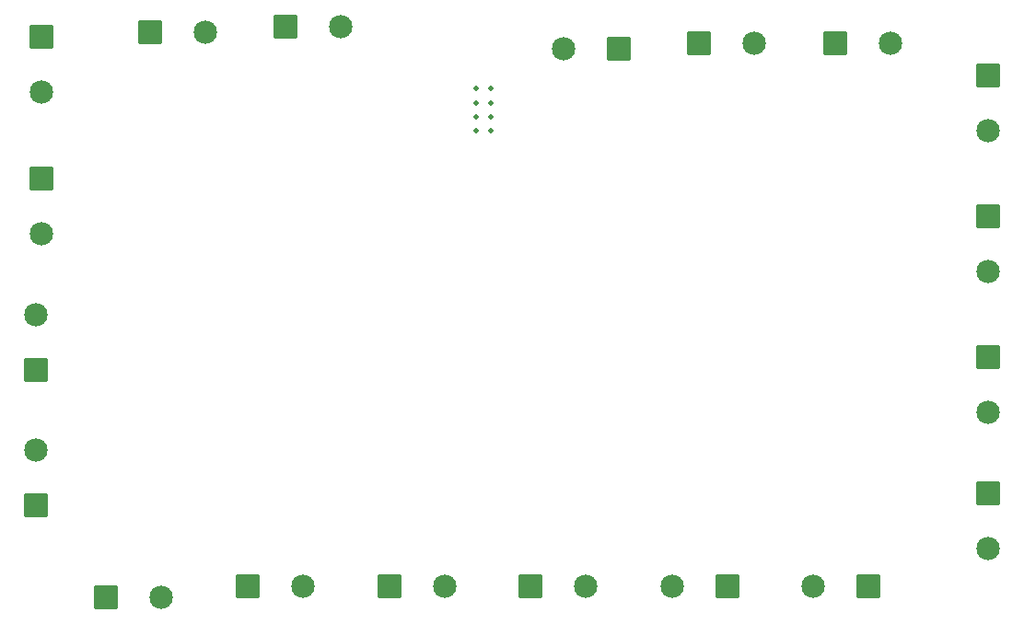
<source format=gbr>
%TF.GenerationSoftware,KiCad,Pcbnew,9.0.4*%
%TF.CreationDate,2025-09-17T01:56:31-03:00*%
%TF.ProjectId,DriversDiego,44726976-6572-4734-9469-65676f2e6b69,rev?*%
%TF.SameCoordinates,Original*%
%TF.FileFunction,Soldermask,Bot*%
%TF.FilePolarity,Negative*%
%FSLAX46Y46*%
G04 Gerber Fmt 4.6, Leading zero omitted, Abs format (unit mm)*
G04 Created by KiCad (PCBNEW 9.0.4) date 2025-09-17 01:56:31*
%MOMM*%
%LPD*%
G01*
G04 APERTURE LIST*
G04 Aperture macros list*
%AMRoundRect*
0 Rectangle with rounded corners*
0 $1 Rounding radius*
0 $2 $3 $4 $5 $6 $7 $8 $9 X,Y pos of 4 corners*
0 Add a 4 corners polygon primitive as box body*
4,1,4,$2,$3,$4,$5,$6,$7,$8,$9,$2,$3,0*
0 Add four circle primitives for the rounded corners*
1,1,$1+$1,$2,$3*
1,1,$1+$1,$4,$5*
1,1,$1+$1,$6,$7*
1,1,$1+$1,$8,$9*
0 Add four rect primitives between the rounded corners*
20,1,$1+$1,$2,$3,$4,$5,0*
20,1,$1+$1,$4,$5,$6,$7,0*
20,1,$1+$1,$6,$7,$8,$9,0*
20,1,$1+$1,$8,$9,$2,$3,0*%
G04 Aperture macros list end*
%ADD10RoundRect,0.102000X-0.975000X0.975000X-0.975000X-0.975000X0.975000X-0.975000X0.975000X0.975000X0*%
%ADD11C,2.154000*%
%ADD12RoundRect,0.102000X-0.975000X-0.975000X0.975000X-0.975000X0.975000X0.975000X-0.975000X0.975000X0*%
%ADD13C,0.504000*%
%ADD14RoundRect,0.102000X0.975000X-0.975000X0.975000X0.975000X-0.975000X0.975000X-0.975000X-0.975000X0*%
%ADD15RoundRect,0.102000X0.975000X0.975000X-0.975000X0.975000X-0.975000X-0.975000X0.975000X-0.975000X0*%
G04 APERTURE END LIST*
D10*
%TO.C,J3*%
X106500000Y-104920000D03*
D11*
X106500000Y-110000000D03*
%TD*%
D12*
%TO.C,J17*%
X138460000Y-155500000D03*
D11*
X143540000Y-155500000D03*
%TD*%
D13*
%TO.C,U1*%
X147782152Y-113600000D03*
X146482152Y-113600000D03*
X147782152Y-112300000D03*
X146482152Y-112300000D03*
X147782152Y-111000000D03*
X146482152Y-111000000D03*
X147782152Y-109700000D03*
X146482152Y-109700000D03*
%TD*%
D10*
%TO.C,J4*%
X106500000Y-117960000D03*
D11*
X106500000Y-123040000D03*
%TD*%
D10*
%TO.C,J13*%
X193500000Y-108460000D03*
D11*
X193500000Y-113540000D03*
%TD*%
D12*
%TO.C,J8*%
X116460000Y-104500000D03*
D11*
X121540000Y-104500000D03*
%TD*%
D14*
%TO.C,J7*%
X106000000Y-148040000D03*
D11*
X106000000Y-142960000D03*
%TD*%
D12*
%TO.C,J14*%
X112460000Y-156500000D03*
D11*
X117540000Y-156500000D03*
%TD*%
D10*
%TO.C,J16*%
X193500000Y-134420000D03*
D11*
X193500000Y-139500000D03*
%TD*%
D12*
%TO.C,J1*%
X179460000Y-105500000D03*
D11*
X184540000Y-105500000D03*
%TD*%
D12*
%TO.C,J10*%
X128960000Y-104000000D03*
D11*
X134040000Y-104000000D03*
%TD*%
D15*
%TO.C,J2*%
X159540000Y-106000000D03*
D11*
X154460000Y-106000000D03*
%TD*%
D10*
%TO.C,J15*%
X193500000Y-146960000D03*
D11*
X193500000Y-152040000D03*
%TD*%
D12*
%TO.C,J5*%
X151460000Y-155500000D03*
D11*
X156540000Y-155500000D03*
%TD*%
D15*
%TO.C,J18*%
X169540000Y-155500000D03*
D11*
X164460000Y-155500000D03*
%TD*%
D12*
%TO.C,J11*%
X166960000Y-105500000D03*
D11*
X172040000Y-105500000D03*
%TD*%
D10*
%TO.C,J12*%
X193500000Y-121460000D03*
D11*
X193500000Y-126540000D03*
%TD*%
D12*
%TO.C,J6*%
X125460000Y-155500000D03*
D11*
X130540000Y-155500000D03*
%TD*%
D14*
%TO.C,J9*%
X106000000Y-135540000D03*
D11*
X106000000Y-130460000D03*
%TD*%
D15*
%TO.C,J19*%
X182540000Y-155500000D03*
D11*
X177460000Y-155500000D03*
%TD*%
M02*

</source>
